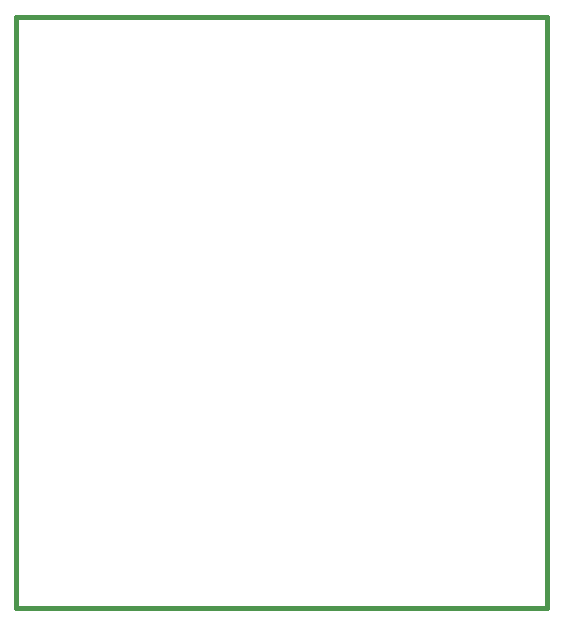
<source format=gko>
G75*
%MOIN*%
%OFA0B0*%
%FSLAX25Y25*%
%IPPOS*%
%LPD*%
%AMOC8*
5,1,8,0,0,1.08239X$1,22.5*
%
%ADD10C,0.01600*%
D10*
X0007189Y0001800D02*
X0007189Y0198650D01*
X0184354Y0198650D01*
X0184354Y0001800D01*
X0007189Y0001800D01*
M02*

</source>
